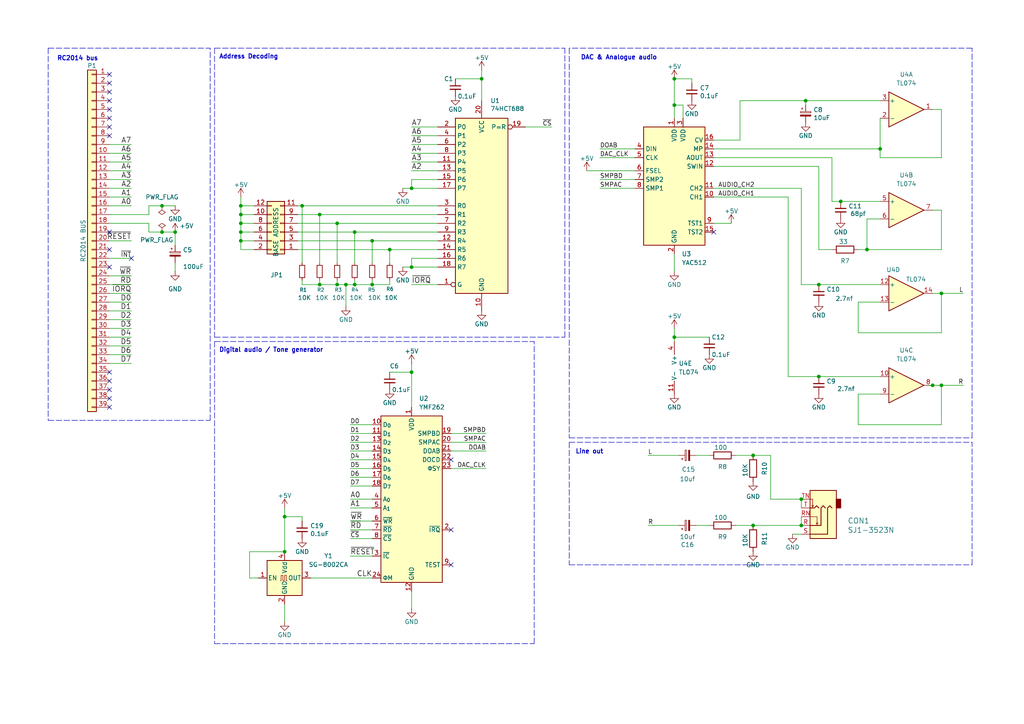
<source format=kicad_sch>
(kicad_sch (version 20250114) (generator "eeschema") (generator_version "9.0")
  (paper "A4")
  (title_block (title "RCBUS OPL3 sound card") (date "${DATE}") (rev "${VERSION}") (comment 1 "these are the things that dreams are made of") (comment 2 "${GIT_HASH}"))
  (lib_symbols
    (symbol "74xx:74HCT688"
      (property "Reference" "U" (at -7.62 26.67 0))
      (property "Value" "74HCT688" (at -7.62 -26.67 0))
      (symbol "74HCT688_1_0"
        (pin input line (at -12.7 22.86 0) (length 5.08) (name "P0") (number "2"))
        (pin input line (at -12.7 20.32 0) (length 5.08) (name "P1") (number "4"))
        (pin input line (at -12.7 17.78 0) (length 5.08) (name "P2") (number "6"))
        (pin input line (at -12.7 15.24 0) (length 5.08) (name "P3") (number "8"))
        (pin input line (at -12.7 12.7 0) (length 5.08) (name "P4") (number "11"))
        (pin input line (at -12.7 10.16 0) (length 5.08) (name "P5") (number "13"))
        (pin input line (at -12.7 7.62 0) (length 5.08) (name "P6") (number "15"))
        (pin input line (at -12.7 5.08 0) (length 5.08) (name "P7") (number "17"))
        (pin input line (at -12.7 0 0) (length 5.08) (name "R0") (number "3"))
        (pin input line (at -12.7 -2.54 0) (length 5.08) (name "R1") (number "5"))
        (pin input line (at -12.7 -5.08 0) (length 5.08) (name "R2") (number "7"))
        (pin input line (at -12.7 -7.62 0) (length 5.08) (name "R3") (number "9"))
        (pin input line (at -12.7 -10.16 0) (length 5.08) (name "R4") (number "12"))
        (pin input line (at -12.7 -12.7 0) (length 5.08) (name "R5") (number "14"))
        (pin input line (at -12.7 -15.24 0) (length 5.08) (name "R6") (number "16"))
        (pin input line (at -12.7 -17.78 0) (length 5.08) (name "R7") (number "18"))
        (pin input inverted (at -12.7 -22.86 0) (length 5.08) (name "G") (number "1"))
        (pin power_in line (at 0 30.48 270) (length 5.08) (name "VCC") (number "20"))
        (pin power_in line (at 0 -30.48 90) (length 5.08) (name "GND") (number "10"))
        (pin output inverted (at 12.7 22.86 180) (length 5.08) (name "P=R") (number "19"))
      )
    )
    (symbol "Amplifier_Operational:TL074" (pin_names (offset 0.127))
      (property "Reference" "U" (at 0 5.08 0))
      (property "Value" "TL074" (at 0 -5.08 0))
      (symbol "TL074_1_1"
        (pin input line (at -7.62 2.54 0) (length 2.54) (name "+") (number "3"))
        (pin input line (at -7.62 -2.54 0) (length 2.54) (name "-") (number "2"))
        (pin output line (at 7.62 0 180) (length 2.54) (name "~") (number "1"))
      )
      (symbol "TL074_2_1"
        (pin input line (at -7.62 2.54 0) (length 2.54) (name "+") (number "5"))
        (pin input line (at -7.62 -2.54 0) (length 2.54) (name "-") (number "6"))
        (pin output line (at 7.62 0 180) (length 2.54) (name "~") (number "7"))
      )
      (symbol "TL074_3_1"
        (pin input line (at -7.62 2.54 0) (length 2.54) (name "+") (number "10"))
        (pin input line (at -7.62 -2.54 0) (length 2.54) (name "-") (number "9"))
        (pin output line (at 7.62 0 180) (length 2.54) (name "~") (number "8"))
      )
      (symbol "TL074_4_1"
        (pin input line (at -7.62 2.54 0) (length 2.54) (name "+") (number "12"))
        (pin input line (at -7.62 -2.54 0) (length 2.54) (name "-") (number "13"))
        (pin output line (at 7.62 0 180) (length 2.54) (name "~") (number "14"))
      )
      (symbol "TL074_5_1"
        (pin power_in line (at -2.54 7.62 270) (length 3.81) (name "V+") (number "4"))
        (pin power_in line (at -2.54 -7.62 90) (length 3.81) (name "V-") (number "11"))
      )
    )
    (symbol "Connector_Audio:AudioJack3_SwitchTR"
      (property "Reference" "J" (at 0 8.89 0))
      (property "Value" "AudioJack3_SwitchTR" (at 0 6.35 0))
      (symbol "AudioJack3_SwitchTR_1_1"
        (pin passive line (at 5.08 2.54 180) (length 2.54) (name "~") (number "S"))
        (pin passive line (at 5.08 0 180) (length 2.54) (name "~") (number "R"))
        (pin passive line (at 5.08 -2.54 180) (length 2.54) (name "~") (number "RN"))
        (pin passive line (at 5.08 -5.08 180) (length 2.54) (name "~") (number "T"))
        (pin passive line (at 5.08 -7.62 180) (length 2.54) (name "~") (number "TN"))
      )
    )
    (symbol "Connector_Generic:Conn_01x39" (pin_names (offset 1.016) (hide yes))
      (property "Reference" "J" (at 0 50.8 0))
      (property "Value" "Conn_01x39" (at 0 -50.8 0))
      (symbol "Conn_01x39_1_1"
        (pin passive line (at -5.08 48.26 0) (length 3.81) (name "Pin_1") (number "1"))
        (pin passive line (at -5.08 45.72 0) (length 3.81) (name "Pin_2") (number "2"))
        (pin passive line (at -5.08 43.18 0) (length 3.81) (name "Pin_3") (number "3"))
        (pin passive line (at -5.08 40.64 0) (length 3.81) (name "Pin_4") (number "4"))
        (pin passive line (at -5.08 38.1 0) (length 3.81) (name "Pin_5") (number "5"))
        (pin passive line (at -5.08 35.56 0) (length 3.81) (name "Pin_6") (number "6"))
        (pin passive line (at -5.08 33.02 0) (length 3.81) (name "Pin_7") (number "7"))
        (pin passive line (at -5.08 30.48 0) (length 3.81) (name "Pin_8") (number "8"))
        (pin passive line (at -5.08 27.94 0) (length 3.81) (name "Pin_9") (number "9"))
        (pin passive line (at -5.08 25.4 0) (length 3.81) (name "Pin_10") (number "10"))
        (pin passive line (at -5.08 22.86 0) (length 3.81) (name "Pin_11") (number "11"))
        (pin passive line (at -5.08 20.32 0) (length 3.81) (name "Pin_12") (number "12"))
        (pin passive line (at -5.08 17.78 0) (length 3.81) (name "Pin_13") (number "13"))
        (pin passive line (at -5.08 15.24 0) (length 3.81) (name "Pin_14") (number "14"))
        (pin passive line (at -5.08 12.7 0) (length 3.81) (name "Pin_15") (number "15"))
        (pin passive line (at -5.08 10.16 0) (length 3.81) (name "Pin_16") (number "16"))
        (pin passive line (at -5.08 7.62 0) (length 3.81) (name "Pin_17") (number "17"))
        (pin passive line (at -5.08 5.08 0) (length 3.81) (name "Pin_18") (number "18"))
        (pin passive line (at -5.08 2.54 0) (length 3.81) (name "Pin_19") (number "19"))
        (pin passive line (at -5.08 0 0) (length 3.81) (name "Pin_20") (number "20"))
        (pin passive line (at -5.08 -2.54 0) (length 3.81) (name "Pin_21") (number "21"))
        (pin passive line (at -5.08 -5.08 0) (length 3.81) (name "Pin_22") (number "22"))
        (pin passive line (at -5.08 -7.62 0) (length 3.81) (name "Pin_23") (number "23"))
        (pin passive line (at -5.08 -10.16 0) (length 3.81) (name "Pin_24") (number "24"))
        (pin passive line (at -5.08 -12.7 0) (length 3.81) (name "Pin_25") (number "25"))
        (pin passive line (at -5.08 -15.24 0) (length 3.81) (name "Pin_26") (number "26"))
        (pin passive line (at -5.08 -17.78 0) (length 3.81) (name "Pin_27") (number "27"))
        (pin passive line (at -5.08 -20.32 0) (length 3.81) (name "Pin_28") (number "28"))
        (pin passive line (at -5.08 -22.86 0) (length 3.81) (name "Pin_29") (number "29"))
        (pin passive line (at -5.08 -25.4 0) (length 3.81) (name "Pin_30") (number "30"))
        (pin passive line (at -5.08 -27.94 0) (length 3.81) (name "Pin_31") (number "31"))
        (pin passive line (at -5.08 -30.48 0) (length 3.81) (name "Pin_32") (number "32"))
        (pin passive line (at -5.08 -33.02 0) (length 3.81) (name "Pin_33") (number "33"))
        (pin passive line (at -5.08 -35.56 0) (length 3.81) (name "Pin_34") (number "34"))
        (pin passive line (at -5.08 -38.1 0) (length 3.81) (name "Pin_35") (number "35"))
        (pin passive line (at -5.08 -40.64 0) (length 3.81) (name "Pin_36") (number "36"))
        (pin passive line (at -5.08 -43.18 0) (length 3.81) (name "Pin_37") (number "37"))
        (pin passive line (at -5.08 -45.72 0) (length 3.81) (name "Pin_38") (number "38"))
        (pin passive line (at -5.08 -48.26 0) (length 3.81) (name "Pin_39") (number "39"))
      )
    )
    (symbol "Connector_Generic:Conn_02x06_Odd_Even" (pin_names (offset 1.016) (hide yes))
      (property "Reference" "J" (at 1.27 7.62 0))
      (property "Value" "Conn_02x06_Odd_Even" (at 1.27 -10.16 0))
      (symbol "Conn_02x06_Odd_Even_1_1"
        (pin passive line (at -5.08 5.08 0) (length 3.81) (name "Pin_1") (number "1"))
        (pin passive line (at -5.08 2.54 0) (length 3.81) (name "Pin_3") (number "3"))
        (pin passive line (at -5.08 0 0) (length 3.81) (name "Pin_5") (number "5"))
        (pin passive line (at -5.08 -2.54 0) (length 3.81) (name "Pin_7") (number "7"))
        (pin passive line (at -5.08 -5.08 0) (length 3.81) (name "Pin_9") (number "9"))
        (pin passive line (at -5.08 -7.62 0) (length 3.81) (name "Pin_11") (number "11"))
        (pin passive line (at 7.62 5.08 180) (length 3.81) (name "Pin_2") (number "2"))
        (pin passive line (at 7.62 2.54 180) (length 3.81) (name "Pin_4") (number "4"))
        (pin passive line (at 7.62 0 180) (length 3.81) (name "Pin_6") (number "6"))
        (pin passive line (at 7.62 -2.54 180) (length 3.81) (name "Pin_8") (number "8"))
        (pin passive line (at 7.62 -5.08 180) (length 3.81) (name "Pin_10") (number "10"))
        (pin passive line (at 7.62 -7.62 180) (length 3.81) (name "Pin_12") (number "12"))
      )
    )
    (symbol "Device:C_Polarized_Small" (pin_numbers (hide yes)) (pin_names (offset 0.254) (hide yes))
      (property "Reference" "C" (at 0.254 1.778 0))
      (property "Value" "C_Polarized_Small" (at 0.254 -2.032 0))
      (symbol "C_Polarized_Small_1_1"
        (pin passive line (at 0 2.54 270) (length 1.8542) (name "~") (number "1"))
        (pin passive line (at 0 -2.54 90) (length 1.8542) (name "~") (number "2"))
      )
    )
    (symbol "Device:C_Small" (pin_numbers (hide yes)) (pin_names (offset 0.254) (hide yes))
      (property "Reference" "C" (at 0.254 1.778 0))
      (property "Value" "C_Small" (at 0.254 -2.032 0))
      (symbol "C_Small_1_1"
        (pin passive line (at 0 2.54 270) (length 2.032) (name "~") (number "1"))
        (pin passive line (at 0 -2.54 90) (length 2.032) (name "~") (number "2"))
      )
    )
    (symbol "Device:R" (pin_numbers (hide yes)) (pin_names (offset 0))
      (property "Reference" "R" (at 2.032 0 90))
      (property "Value" "R" (at 0 0 90))
      (symbol "R_1_1"
        (pin passive line (at 0 3.81 270) (length 1.27) (name "~") (number "1"))
        (pin passive line (at 0 -3.81 90) (length 1.27) (name "~") (number "2"))
      )
    )
    (symbol "Device:R_Small" (pin_numbers (hide yes)) (pin_names (offset 0.254) (hide yes))
      (property "Reference" "R" (at 0 0 90))
      (property "Value" "R_Small" (at 1.778 0 90))
      (symbol "R_Small_1_1"
        (pin passive line (at 0 2.54 270) (length 0.762) (name "~") (number "1"))
        (pin passive line (at 0 -2.54 90) (length 0.762) (name "~") (number "2"))
      )
    )
    (symbol "Mechanical:MountingHole" (pin_names (offset 1.016)) (in_bom no)
      (property "Reference" "H" (at 0 5.08 0))
      (property "Value" "MountingHole" (at 0 3.175 0))
    )
    (symbol "Oscillator:ASV-xxxMHz" (pin_names (offset 0.254))
      (property "Reference" "Y" (at -5.08 6.35 0))
      (property "Value" "ASV-xxxMHz" (at 1.27 -6.35 0))
      (symbol "ASV-xxxMHz_1_1"
        (pin input line (at -7.62 0 0) (length 2.54) (name "EN") (number "1"))
        (pin power_in line (at 0 7.62 270) (length 2.54) (name "Vdd") (number "4"))
        (pin power_in line (at 0 -7.62 90) (length 2.54) (name "GND") (number "2"))
        (pin output line (at 7.62 0 180) (length 2.54) (name "OUT") (number "3"))
      )
    )
    (symbol "electrified:YAC512"
      (property "Reference" "U" (at -7.874 19.304 0))
      (property "Value" "YAC512" (at 7.112 19.304 0))
      (symbol "YAC512_1_0"
        (pin input line (at -11.43 8.89 0) (length 2.54) (name "CLK") (number "5"))
        (pin power_in line (at 2.54 20.32 270) (length 2.54) (name "VDD") (number "3"))
        (pin input line (at 11.43 -10.16 180) (length 2.54) (name "TST1") (number "9"))
      )
      (symbol "YAC512_1_1"
        (pin input line (at -11.43 11.43 0) (length 2.54) (name "DIN") (number "4"))
        (pin input line (at -11.43 5.08 0) (length 2.54) (name "FSEL") (number "6"))
        (pin input line (at -11.43 2.54 0) (length 2.54) (name "SMP2") (number "7"))
        (pin input line (at -11.43 0 0) (length 2.54) (name "SMP1") (number "8"))
        (pin power_in line (at 0 20.32 270) (length 2.54) (name "VDD") (number "1"))
        (pin passive line (at 0 -19.05 90) (length 2.54) (name "GND") (number "2"))
        (pin bidirectional line (at 11.43 13.97 180) (length 2.54) (name "CV") (number "16"))
        (pin input line (at 11.43 11.43 180) (length 2.54) (name "MP") (number "14"))
        (pin output line (at 11.43 8.89 180) (length 2.54) (name "AOUT") (number "13"))
        (pin input line (at 11.43 6.35 180) (length 2.54) (name "SWIN") (number "12"))
        (pin output line (at 11.43 0 180) (length 2.54) (name "CH2") (number "11"))
        (pin output line (at 11.43 -2.54 180) (length 2.54) (name "CH1") (number "10"))
        (pin output line (at 11.43 -12.7 180) (length 2.54) (name "TST2") (number "15"))
      )
    )
    (symbol "electrified:YMF262"
      (property "Reference" "U" (at -7.874 19.304 0))
      (property "Value" "YMF262" (at 7.112 19.304 0))
      (symbol "YMF262_1_0"
        (pin input line (at -11.43 -8.89 0) (length 2.54) (name "A_{1}") (number "5"))
        (pin input line (at -11.43 -22.86 0) (length 2.54) (name "~{IC}") (number "3"))
        (pin output line (at 11.43 -25.4 180) (length 2.54) (name "TEST") (number "9"))
      )
      (symbol "YMF262_1_1"
        (pin bidirectional line (at -11.43 15.24 0) (length 2.54) (name "D_{0}") (number "10"))
        (pin bidirectional line (at -11.43 12.7 0) (length 2.54) (name "D_{1}") (number "11"))
        (pin bidirectional line (at -11.43 10.16 0) (length 2.54) (name "D_{2}") (number "13"))
        (pin bidirectional line (at -11.43 7.62 0) (length 2.54) (name "D_{3}") (number "14"))
        (pin bidirectional line (at -11.43 5.08 0) (length 2.54) (name "D_{4}") (number "15"))
        (pin bidirectional line (at -11.43 2.54 0) (length 2.54) (name "D_{5}") (number "16"))
        (pin bidirectional line (at -11.43 0 0) (length 2.54) (name "D_{6}") (number "17"))
        (pin bidirectional line (at -11.43 -2.54 0) (length 2.54) (name "D_{7}") (number "18"))
        (pin input line (at -11.43 -6.35 0) (length 2.54) (name "A_{0}") (number "4"))
        (pin input line (at -11.43 -12.7 0) (length 2.54) (name "~{WR}") (number "6"))
        (pin input line (at -11.43 -15.24 0) (length 2.54) (name "~{RD}") (number "7"))
        (pin input line (at -11.43 -17.78 0) (length 2.54) (name "~{CS}") (number "8"))
        (pin input line (at -11.43 -29.21 0) (length 2.54) (name "ΦM") (number "24"))
        (pin power_in line (at 0 20.32 270) (length 2.54) (name "VDD") (number "1"))
        (pin passive line (at 0 -33.02 90) (length 2.54) (name "GND") (number "12"))
        (pin output line (at 11.43 12.7 180) (length 2.54) (name "SMPBD") (number "19"))
        (pin output line (at 11.43 10.16 180) (length 2.54) (name "SMPAC") (number "20"))
        (pin output line (at 11.43 7.62 180) (length 2.54) (name "DOAB") (number "21"))
        (pin output line (at 11.43 5.08 180) (length 2.54) (name "DOCD") (number "22"))
        (pin output line (at 11.43 2.54 180) (length 2.54) (name "ΦSY") (number "23"))
        (pin open_collector line (at 11.43 -15.24 180) (length 2.54) (name "~{IRQ}") (number "2"))
      )
    )
    (symbol "power:+5V" (power) (pin_numbers (hide yes)) (pin_names (offset 0) (hide yes))
      (property "Value" "+5V" (at 0 3.556 0))
      (symbol "+5V_1_1"
        (pin power_in line (at 0 0 90) (length 0) (name "~") (number "1"))
      )
    )
    (symbol "power:GND" (power) (pin_numbers (hide yes)) (pin_names (offset 0) (hide yes))
      (property "Value" "GND" (at 0 -3.81 0))
      (symbol "GND_1_1"
        (pin power_in line (at 0 0 270) (length 0) (name "~") (number "1"))
      )
    )
    (symbol "power:PWR_FLAG" (power) (pin_numbers (hide yes)) (pin_names (offset 0) (hide yes))
      (property "Value" "PWR_FLAG" (at 0 3.81 0))
      (symbol "PWR_FLAG_0_0"
        (pin power_out line (at 0 0 90) (length 0) (name "~") (number "1"))
      )
    )
  )
  (text "Non-functional components" (at 256.54 262.89 0) (effects (font (size 1.27 1.27)) (justify left bottom)))
  (text "Line out\n" (at 166.878 131.826 0) (effects (font (size 1.27 1.27) (thickness 0.254) (bold yes)) (justify left bottom)))
  (text "Digital audio / Tone generator" (at 63.5 102.362 0) (effects (font (size 1.27 1.27) (thickness 0.254) (bold yes)) (justify left bottom)))
  (text "Address Decoding" (at 63.5 17.272 0) (effects (font (size 1.27 1.27) (thickness 0.254) (bold yes)) (justify left bottom)))
  (text "DAC & Analogue audio" (at 168.402 17.526 0) (effects (font (size 1.27 1.27) (thickness 0.254) (bold yes)) (justify left bottom)))
  (text "RC2014 bus" (at 16.51 17.78 0) (effects (font (size 1.27 1.27) (thickness 0.254) (bold yes)) (justify left bottom)))
  (junction (at 102.87 82.55))
  (junction (at 97.79 64.77))
  (junction (at 46.99 59.69))
  (junction (at 92.71 82.55))
  (junction (at 113.03 72.39))
  (junction (at 218.44 132.08))
  (junction (at 195.58 30.48))
  (junction (at 251.46 72.39))
  (junction (at 102.87 67.31))
  (junction (at 119.38 107.95))
  (junction (at 69.85 59.69))
  (junction (at 97.79 82.55))
  (junction (at 255.27 43.18))
  (junction (at 270.51 111.76))
  (junction (at 273.05 111.76))
  (junction (at 87.63 59.69))
  (junction (at 50.8 67.31))
  (junction (at 69.85 69.85))
  (junction (at 233.68 29.21))
  (junction (at 69.85 67.31))
  (junction (at 243.84 58.42))
  (junction (at 139.7 22.86))
  (junction (at 237.49 109.22))
  (junction (at 107.95 82.55))
  (junction (at 69.85 64.77))
  (junction (at 46.99 67.31))
  (junction (at 82.55 149.86))
  (junction (at 100.33 82.55))
  (junction (at 232.41 144.78))
  (junction (at 195.58 97.79))
  (junction (at 82.55 160.02))
  (junction (at 237.49 82.55))
  (junction (at 273.05 85.09))
  (junction (at 195.58 22.86))
  (junction (at 119.38 54.61))
  (junction (at 69.85 62.23))
  (junction (at 92.71 62.23))
  (junction (at 218.44 152.4))
  (junction (at 232.41 152.4))
  (junction (at 119.38 77.47))
  (junction (at 107.95 69.85))
  (no_connect (at 130.81 153.67))
  (no_connect (at 130.81 163.83))
  (no_connect (at 31.75 67.31))
  (no_connect (at 31.75 118.11))
  (no_connect (at 31.75 113.03))
  (no_connect (at 31.75 26.67))
  (no_connect (at 207.01 67.31))
  (no_connect (at 130.81 133.35))
  (no_connect (at 31.75 24.13))
  (no_connect (at 31.75 77.47))
  (no_connect (at 31.75 110.49))
  (no_connect (at 31.75 21.59))
  (no_connect (at 31.75 36.83))
  (no_connect (at 31.75 107.95))
  (no_connect (at 31.75 39.37))
  (no_connect (at 31.75 34.29))
  (no_connect (at 31.75 115.57))
  (no_connect (at 31.75 29.21))
  (no_connect (at 31.75 31.75))
  (no_connect (at 31.75 72.39))
  (no_connect (at 38.1 74.93))
  (polyline (pts (xy 281.94 127) (xy 281.94 13.97)) (stroke (width 0) (type dash)))
  (wire (pts (xy 116.84 77.47) (xy 119.38 77.47)))
  (wire (pts (xy 43.18 59.69) (xy 46.99 59.69)))
  (wire (pts (xy 50.8 71.12) (xy 50.8 67.31)))
  (wire (pts (xy 273.05 111.76) (xy 279.4 111.76)))
  (wire (pts (xy 214.63 29.21) (xy 233.68 29.21)))
  (wire (pts (xy 72.39 160.02) (xy 72.39 167.64)))
  (wire (pts (xy 43.18 67.31) (xy 46.99 67.31)))
  (wire (pts (xy 101.6 123.19) (xy 107.95 123.19)))
  (wire (pts (xy 255.27 43.18) (xy 255.27 45.72)))
  (polyline (pts (xy 62.23 99.06) (xy 62.23 186.69)) (stroke (width 0) (type dash)))
  (wire (pts (xy 101.6 161.29) (xy 107.95 161.29)))
  (wire (pts (xy 119.38 52.07) (xy 127 52.07)))
  (polyline (pts (xy 165.1 128.27) (xy 165.1 163.83)) (stroke (width 0) (type dash)))
  (wire (pts (xy 119.38 46.99) (xy 127 46.99)))
  (wire (pts (xy 69.85 69.85) (xy 69.85 72.39)))
  (polyline (pts (xy 288.29 279.4) (xy 288.29 256.54)) (stroke (width 0) (type dash)))
  (wire (pts (xy 207.01 54.61) (xy 232.41 54.61)))
  (wire (pts (xy 101.6 135.89) (xy 107.95 135.89)))
  (wire (pts (xy 119.38 41.91) (xy 127 41.91)))
  (wire (pts (xy 86.36 62.23) (xy 92.71 62.23)))
  (wire (pts (xy 232.41 147.32) (xy 232.41 144.78)))
  (wire (pts (xy 207.01 48.26) (xy 237.49 48.26)))
  (wire (pts (xy 201.93 132.08) (xy 205.74 132.08)))
  (wire (pts (xy 119.38 107.95) (xy 119.38 118.11)))
  (wire (pts (xy 130.81 128.27) (xy 140.97 128.27)))
  (wire (pts (xy 38.1 95.25) (xy 31.75 95.25)))
  (wire (pts (xy 119.38 82.55) (xy 127 82.55)))
  (wire (pts (xy 119.38 49.53) (xy 127 49.53)))
  (polyline (pts (xy 252.73 256.54) (xy 288.29 256.54)) (stroke (width 0) (type dash)))
  (wire (pts (xy 228.6 57.15) (xy 228.6 109.22)))
  (polyline (pts (xy 62.23 186.69) (xy 154.94 186.69)) (stroke (width 0) (type dash)))
  (wire (pts (xy 38.1 90.17) (xy 31.75 90.17)))
  (wire (pts (xy 207.01 45.72) (xy 241.3 45.72)))
  (wire (pts (xy 119.38 54.61) (xy 127 54.61)))
  (polyline (pts (xy 165.1 128.27) (xy 281.94 128.27)) (stroke (width 0) (type dash)))
  (wire (pts (xy 107.95 69.85) (xy 107.95 76.2)))
  (wire (pts (xy 273.05 111.76) (xy 273.05 123.19)))
  (wire (pts (xy 43.18 64.77) (xy 43.18 67.31)))
  (wire (pts (xy 92.71 62.23) (xy 92.71 76.2)))
  (wire (pts (xy 195.58 22.86) (xy 200.66 22.86)))
  (wire (pts (xy 195.58 97.79) (xy 195.58 95.25)))
  (wire (pts (xy 248.92 123.19) (xy 248.92 114.3)))
  (wire (pts (xy 101.6 128.27) (xy 107.95 128.27)))
  (wire (pts (xy 207.01 40.64) (xy 214.63 40.64)))
  (wire (pts (xy 101.6 151.13) (xy 107.95 151.13)))
  (wire (pts (xy 223.52 144.78) (xy 232.41 144.78)))
  (wire (pts (xy 195.58 97.79) (xy 205.74 97.79)))
  (wire (pts (xy 38.1 74.93) (xy 31.75 74.93)))
  (wire (pts (xy 269.24 111.76) (xy 270.51 111.76)))
  (wire (pts (xy 87.63 82.55) (xy 92.71 82.55)))
  (wire (pts (xy 82.55 175.26) (xy 82.55 180.34)))
  (wire (pts (xy 43.18 62.23) (xy 43.18 59.69)))
  (wire (pts (xy 38.1 59.69) (xy 31.75 59.69)))
  (wire (pts (xy 38.1 82.55) (xy 31.75 82.55)))
  (wire (pts (xy 38.1 105.41) (xy 31.75 105.41)))
  (wire (pts (xy 248.92 96.52) (xy 273.05 96.52)))
  (wire (pts (xy 97.79 82.55) (xy 97.79 81.28)))
  (wire (pts (xy 195.58 99.06) (xy 195.58 97.79)))
  (wire (pts (xy 82.55 149.86) (xy 82.55 160.02)))
  (wire (pts (xy 119.38 171.45) (xy 119.38 176.53)))
  (wire (pts (xy 69.85 72.39) (xy 73.66 72.39)))
  (polyline (pts (xy 252.73 279.4) (xy 288.29 279.4)) (stroke (width 0) (type dash)))
  (wire (pts (xy 113.03 107.95) (xy 119.38 107.95)))
  (wire (pts (xy 207.01 64.77) (xy 212.09 64.77)))
  (wire (pts (xy 86.36 64.77) (xy 97.79 64.77)))
  (wire (pts (xy 207.01 43.18) (xy 255.27 43.18)))
  (wire (pts (xy 130.81 125.73) (xy 140.97 125.73)))
  (wire (pts (xy 170.18 49.53) (xy 184.15 49.53)))
  (wire (pts (xy 119.38 74.93) (xy 119.38 77.47)))
  (wire (pts (xy 130.81 130.81) (xy 140.97 130.81)))
  (wire (pts (xy 38.1 85.09) (xy 31.75 85.09)))
  (wire (pts (xy 152.4 36.83) (xy 160.02 36.83)))
  (wire (pts (xy 69.85 62.23) (xy 73.66 62.23)))
  (wire (pts (xy 218.44 132.08) (xy 223.52 132.08)))
  (wire (pts (xy 38.1 69.85) (xy 31.75 69.85)))
  (wire (pts (xy 46.99 59.69) (xy 50.8 59.69)))
  (wire (pts (xy 213.36 152.4) (xy 218.44 152.4)))
  (wire (pts (xy 173.99 54.61) (xy 184.15 54.61)))
  (wire (pts (xy 255.27 63.5) (xy 251.46 63.5)))
  (wire (pts (xy 107.95 82.55) (xy 113.03 82.55)))
  (wire (pts (xy 101.6 138.43) (xy 107.95 138.43)))
  (wire (pts (xy 132.08 22.86) (xy 139.7 22.86)))
  (wire (pts (xy 82.55 147.32) (xy 82.55 149.86)))
  (wire (pts (xy 119.38 39.37) (xy 127 39.37)))
  (wire (pts (xy 69.85 64.77) (xy 73.66 64.77)))
  (wire (pts (xy 228.6 109.22) (xy 237.49 109.22)))
  (polyline (pts (xy 281.94 163.83) (xy 281.94 128.27)) (stroke (width 0) (type dash)))
  (wire (pts (xy 69.85 59.69) (xy 69.85 62.23)))
  (wire (pts (xy 86.36 59.69) (xy 87.63 59.69)))
  (wire (pts (xy 116.84 54.61) (xy 119.38 54.61)))
  (wire (pts (xy 195.58 22.86) (xy 195.58 30.48)))
  (wire (pts (xy 87.63 149.86) (xy 87.63 151.13)))
  (wire (pts (xy 46.99 67.31) (xy 50.8 67.31)))
  (wire (pts (xy 233.68 30.48) (xy 233.68 29.21)))
  (wire (pts (xy 139.7 20.32) (xy 139.7 22.86)))
  (wire (pts (xy 69.85 57.15) (xy 69.85 59.69)))
  (wire (pts (xy 101.6 140.97) (xy 107.95 140.97)))
  (wire (pts (xy 86.36 69.85) (xy 107.95 69.85)))
  (polyline (pts (xy 281.94 13.97) (xy 165.1 13.97)) (stroke (width 0) (type dash)))
  (wire (pts (xy 139.7 22.86) (xy 139.7 29.21)))
  (wire (pts (xy 86.36 72.39) (xy 113.03 72.39)))
  (wire (pts (xy 107.95 69.85) (xy 127 69.85)))
  (wire (pts (xy 241.3 45.72) (xy 241.3 58.42)))
  (wire (pts (xy 87.63 82.55) (xy 87.63 81.28)))
  (wire (pts (xy 38.1 57.15) (xy 31.75 57.15)))
  (wire (pts (xy 223.52 132.08) (xy 223.52 144.78)))
  (wire (pts (xy 113.03 72.39) (xy 113.03 76.2)))
  (wire (pts (xy 86.36 67.31) (xy 102.87 67.31)))
  (wire (pts (xy 101.6 133.35) (xy 107.95 133.35)))
  (wire (pts (xy 248.92 123.19) (xy 273.05 123.19)))
  (wire (pts (xy 201.93 152.4) (xy 205.74 152.4)))
  (wire (pts (xy 237.49 109.22) (xy 255.27 109.22)))
  (wire (pts (xy 241.3 58.42) (xy 243.84 58.42)))
  (wire (pts (xy 43.18 64.77) (xy 31.75 64.77)))
  (wire (pts (xy 38.1 54.61) (xy 31.75 54.61)))
  (wire (pts (xy 38.1 46.99) (xy 31.75 46.99)))
  (wire (pts (xy 213.36 132.08) (xy 218.44 132.08)))
  (wire (pts (xy 38.1 49.53) (xy 31.75 49.53)))
  (wire (pts (xy 232.41 82.55) (xy 237.49 82.55)))
  (wire (pts (xy 69.85 67.31) (xy 69.85 69.85)))
  (wire (pts (xy 273.05 31.75) (xy 273.05 45.72)))
  (wire (pts (xy 69.85 69.85) (xy 73.66 69.85)))
  (wire (pts (xy 198.12 34.29) (xy 198.12 30.48)))
  (wire (pts (xy 273.05 85.09) (xy 279.4 85.09)))
  (polyline (pts (xy 165.1 13.97) (xy 165.1 127)) (stroke (width 0) (type dash)))
  (wire (pts (xy 50.8 76.2) (xy 50.8 78.74)))
  (wire (pts (xy 38.1 41.91) (xy 31.75 41.91)))
  (wire (pts (xy 87.63 59.69) (xy 127 59.69)))
  (wire (pts (xy 248.92 87.63) (xy 255.27 87.63)))
  (wire (pts (xy 38.1 87.63) (xy 31.75 87.63)))
  (wire (pts (xy 119.38 44.45) (xy 127 44.45)))
  (wire (pts (xy 87.63 59.69) (xy 87.63 76.2)))
  (polyline (pts (xy 13.97 13.97) (xy 60.96 13.97)) (stroke (width 0) (type dash)))
  (wire (pts (xy 173.99 52.07) (xy 184.15 52.07)))
  (wire (pts (xy 38.1 102.87) (xy 31.75 102.87)))
  (wire (pts (xy 255.27 34.29) (xy 255.27 43.18)))
  (wire (pts (xy 270.51 85.09) (xy 273.05 85.09)))
  (wire (pts (xy 102.87 82.55) (xy 107.95 82.55)))
  (wire (pts (xy 248.92 72.39) (xy 251.46 72.39)))
  (polyline (pts (xy 163.83 97.79) (xy 163.83 13.97)) (stroke (width 0) (type dash)))
  (wire (pts (xy 97.79 64.77) (xy 97.79 76.2)))
  (wire (pts (xy 102.87 82.55) (xy 102.87 81.28)))
  (polyline (pts (xy 62.23 99.06) (xy 154.94 99.06)) (stroke (width 0) (type dash)))
  (polyline (pts (xy 154.94 186.69) (xy 154.94 99.06)) (stroke (width 0) (type dash)))
  (wire (pts (xy 243.84 58.42) (xy 255.27 58.42)))
  (wire (pts (xy 214.63 29.21) (xy 214.63 40.64)))
  (wire (pts (xy 38.1 44.45) (xy 31.75 44.45)))
  (wire (pts (xy 107.95 82.55) (xy 107.95 81.28)))
  (wire (pts (xy 43.18 62.23) (xy 31.75 62.23)))
  (wire (pts (xy 233.68 29.21) (xy 255.27 29.21)))
  (wire (pts (xy 82.55 160.02) (xy 72.39 160.02)))
  (wire (pts (xy 38.1 100.33) (xy 31.75 100.33)))
  (wire (pts (xy 232.41 152.4) (xy 232.41 149.86)))
  (polyline (pts (xy 13.97 121.92) (xy 60.96 121.92)) (stroke (width 0) (type dash)))
  (wire (pts (xy 195.58 30.48) (xy 195.58 34.29)))
  (wire (pts (xy 207.01 57.15) (xy 228.6 57.15)))
  (wire (pts (xy 119.38 52.07) (xy 119.38 54.61)))
  (wire (pts (xy 102.87 67.31) (xy 102.87 76.2)))
  (wire (pts (xy 113.03 81.28) (xy 113.03 82.55)))
  (wire (pts (xy 218.44 152.4) (xy 232.41 152.4)))
  (polyline (pts (xy 62.23 13.97) (xy 62.23 97.79)) (stroke (width 0) (type dash)))
  (polyline (pts (xy 165.1 163.83) (xy 281.94 163.83)) (stroke (width 0) (type dash)))
  (wire (pts (xy 101.6 156.21) (xy 107.95 156.21)))
  (wire (pts (xy 101.6 153.67) (xy 107.95 153.67)))
  (wire (pts (xy 72.39 167.64) (xy 74.93 167.64)))
  (wire (pts (xy 69.85 67.31) (xy 73.66 67.31)))
  (wire (pts (xy 200.66 22.86) (xy 200.66 24.13)))
  (polyline (pts (xy 252.73 256.54) (xy 252.73 279.4)) (stroke (width 0) (type dash)))
  (wire (pts (xy 113.03 72.39) (xy 127 72.39)))
  (wire (pts (xy 102.87 67.31) (xy 127 67.31)))
  (wire (pts (xy 92.71 62.23) (xy 127 62.23)))
  (polyline (pts (xy 60.96 121.92) (xy 60.96 13.97)) (stroke (width 0) (type dash)))
  (wire (pts (xy 127 74.93) (xy 119.38 74.93)))
  (wire (pts (xy 101.6 147.32) (xy 107.95 147.32)))
  (wire (pts (xy 251.46 63.5) (xy 251.46 72.39)))
  (wire (pts (xy 232.41 54.61) (xy 232.41 82.55)))
  (wire (pts (xy 237.49 72.39) (xy 241.3 72.39)))
  (wire (pts (xy 195.58 73.66) (xy 195.58 78.74)))
  (wire (pts (xy 237.49 48.26) (xy 237.49 72.39)))
  (wire (pts (xy 119.38 105.41) (xy 119.38 107.95)))
  (wire (pts (xy 69.85 62.23) (xy 69.85 64.77)))
  (polyline (pts (xy 13.97 13.97) (xy 13.97 121.92)) (stroke (width 0) (type dash)))
  (wire (pts (xy 237.49 82.55) (xy 255.27 82.55)))
  (wire (pts (xy 187.96 152.4) (xy 196.85 152.4)))
  (wire (pts (xy 130.81 135.89) (xy 140.97 135.89)))
  (wire (pts (xy 273.05 45.72) (xy 255.27 45.72)))
  (wire (pts (xy 92.71 82.55) (xy 97.79 82.55)))
  (polyline (pts (xy 62.23 13.97) (xy 163.83 13.97)) (stroke (width 0) (type dash)))
  (wire (pts (xy 90.17 167.64) (xy 107.95 167.64)))
  (polyline (pts (xy 165.1 127) (xy 281.94 127)) (stroke (width 0) (type dash)))
  (wire (pts (xy 187.96 132.08) (xy 196.85 132.08)))
  (wire (pts (xy 38.1 97.79) (xy 31.75 97.79)))
  (wire (pts (xy 38.1 92.71) (xy 31.75 92.71)))
  (wire (pts (xy 248.92 96.52) (xy 248.92 87.63)))
  (wire (pts (xy 101.6 130.81) (xy 107.95 130.81)))
  (wire (pts (xy 198.12 30.48) (xy 195.58 30.48)))
  (wire (pts (xy 100.33 88.9) (xy 100.33 82.55)))
  (polyline (pts (xy 62.23 97.79) (xy 163.83 97.79)) (stroke (width 0) (type dash)))
  (wire (pts (xy 92.71 82.55) (xy 92.71 81.28)))
  (wire (pts (xy 173.99 43.18) (xy 184.15 43.18)))
  (wire (pts (xy 38.1 80.01) (xy 31.75 80.01)))
  (wire (pts (xy 270.51 31.75) (xy 273.05 31.75)))
  (wire (pts (xy 251.46 72.39) (xy 273.05 72.39)))
  (wire (pts (xy 69.85 59.69) (xy 73.66 59.69)))
  (wire (pts (xy 273.05 85.09) (xy 273.05 96.52)))
  (wire (pts (xy 173.99 45.72) (xy 184.15 45.72)))
  (wire (pts (xy 119.38 77.47) (xy 127 77.47)))
  (wire (pts (xy 119.38 36.83) (xy 127 36.83)))
  (wire (pts (xy 82.55 149.86) (xy 87.63 149.86)))
  (wire (pts (xy 101.6 125.73) (xy 107.95 125.73)))
  (wire (pts (xy 38.1 52.07) (xy 31.75 52.07)))
  (wire (pts (xy 69.85 64.77) (xy 69.85 67.31)))
  (wire (pts (xy 248.92 114.3) (xy 255.27 114.3)))
  (wire (pts (xy 101.6 144.78) (xy 107.95 144.78)))
  (wire (pts (xy 273.05 60.96) (xy 270.51 60.96)))
  (wire (pts (xy 97.79 64.77) (xy 127 64.77)))
  (wire (pts (xy 100.33 82.55) (xy 102.87 82.55)))
  (wire (pts (xy 270.51 111.76) (xy 273.05 111.76)))
  (wire (pts (xy 273.05 72.39) (xy 273.05 60.96)))
  (wire (pts (xy 97.79 82.55) (xy 100.33 82.55)))
  (wire (pts (xy 229.87 154.94) (xy 232.41 154.94)))
  (label "SMPAC" (at 140.97 128.27 180))
  (label "SMPBD" (at 173.99 52.07 0))
  (label "~{WR}" (at 38.1 80.01 180) (effects (font (size 1.524 1.524))))
  (label "A2" (at 38.1 54.61 180) (effects (font (size 1.524 1.524))))
  (label "~{CS}" (at 160.02 36.83 180))
  (label "D6" (at 101.6 138.43 0))
  (label "D2" (at 38.1 92.71 180) (effects (font (size 1.524 1.524))))
  (label "AUDIO_CH2" (at 208.28 54.61 0))
  (label "DAC_CLK" (at 173.99 45.72 0))
  (label "D4" (at 101.6 133.35 0))
  (label "D1" (at 101.6 125.73 0))
  (label "DAC_CLK" (at 140.97 135.89 180))
  (label "R" (at 279.4 111.76 180))
  (label "A7" (at 119.38 36.83 0) (effects (font (size 1.524 1.524))))
  (label "D2" (at 101.6 128.27 0))
  (label "D1" (at 38.1 90.17 180) (effects (font (size 1.524 1.524))))
  (label "SMPAC" (at 173.99 54.61 0))
  (label "D7" (at 101.6 140.97 0))
  (label "R" (at 187.96 152.4 0))
  (label "~{RD}" (at 101.6 153.67 0) (effects (font (size 1.524 1.524))))
  (label "~{RESET}" (at 101.6 161.29 0) (effects (font (size 1.524 1.524))))
  (label "A3" (at 119.38 46.99 0) (effects (font (size 1.524 1.524))))
  (label "A4" (at 119.38 44.45 0) (effects (font (size 1.524 1.524))))
  (label "A6" (at 38.1 44.45 180) (effects (font (size 1.524 1.524))))
  (label "D5" (at 38.1 100.33 180) (effects (font (size 1.524 1.524))))
  (label "D7" (at 38.1 105.41 180) (effects (font (size 1.524 1.524))))
  (label "~{WR}" (at 101.6 151.13 0) (effects (font (size 1.524 1.524))))
  (label "~{INT}" (at 38.1 74.93 180))
  (label "A1" (at 101.6 147.32 0) (effects (font (size 1.524 1.524))))
  (label "CLK" (at 107.95 167.64 180) (effects (font (size 1.524 1.524))))
  (label "~{RESET}" (at 38.1 69.85 180) (effects (font (size 1.524 1.524))))
  (label "A1" (at 38.1 57.15 180) (effects (font (size 1.524 1.524))))
  (label "~{IORQ}" (at 119.38 82.55 0) (effects (font (size 1.524 1.524))))
  (label "~{RD}" (at 38.1 82.55 180) (effects (font (size 1.524 1.524))))
  (label "A4" (at 38.1 49.53 180) (effects (font (size 1.524 1.524))))
  (label "A2" (at 119.38 49.53 0) (effects (font (size 1.524 1.524))))
  (label "DOAB" (at 173.99 43.18 0))
  (label "SMPBD" (at 140.97 125.73 180))
  (label "A3" (at 38.1 52.07 180) (effects (font (size 1.524 1.524))))
  (label "D5" (at 101.6 135.89 0))
  (label "D0" (at 101.6 123.19 0))
  (label "L" (at 187.96 132.08 0))
  (label "A0" (at 101.6 144.78 0) (effects (font (size 1.524 1.524))))
  (label "~{CS}" (at 101.6 156.21 0))
  (label "D4" (at 38.1 97.79 180) (effects (font (size 1.524 1.524))))
  (label "A6" (at 119.38 39.37 0) (effects (font (size 1.524 1.524))))
  (label "D3" (at 38.1 95.25 180) (effects (font (size 1.524 1.524))))
  (label "D0" (at 38.1 87.63 180) (effects (font (size 1.524 1.524))))
  (label "A5" (at 38.1 46.99 180) (effects (font (size 1.524 1.524))))
  (label "D3" (at 101.6 130.81 0))
  (label "AUDIO_CH1" (at 208.28 57.15 0))
  (label "D6" (at 38.1 102.87 180) (effects (font (size 1.524 1.524))))
  (label "L" (at 279.4 85.09 180))
  (label "A7" (at 38.1 41.91 180) (effects (font (size 1.524 1.524))))
  (label "DOAB" (at 140.97 130.81 180))
  (label "~{IORQ}" (at 38.1 85.09 180) (effects (font (size 1.524 1.524))))
  (label "A5" (at 119.38 41.91 0) (effects (font (size 1.524 1.524))))
  (label "A0" (at 38.1 59.69 180) (effects (font (size 1.524 1.524))))
  (symbol (lib_id "Connector_Generic:Conn_01x39") (at 26.67 69.85 0) (mirror y) (unit 1)
    (property "Reference" "P1" (at 26.67 19.05 0))
    (property "Value" "RC2014 BUS" (at 24.13 69.85 90))
    (property "Footprint" "electrified:PinHeader_1x39_P2.54mm_Vertical" (effects (hide yes)))
    (property "Description" "Generic connector, single row, 01x39, script generated (kicad-library-utils/schlib/autogen/connector/)" (effects (hide yes)))
  )
  (symbol (lib_id "power:GND") (at 50.8 59.69 0) (unit 1)
    (property "Reference" "#PWR02" (effects (hide yes)))
    (property "Value" "GND" (at 50.8 63.5 0))
    (property "Description" "Power symbol creates a global label with name \"GND\" , ground" (effects (hide yes)))
  )
  (symbol (lib_id "power:+5V") (at 50.8 67.31 0) (unit 1)
    (property "Reference" "#PWR3" (effects (hide yes)))
    (property "Value" "+5V" (at 54.102 65.532 0))
    (property "Description" "Power symbol creates a global label with name \"+5V\"" (effects (hide yes)))
  )
  (symbol (lib_id "power:GND") (at 119.38 176.53 0) (unit 1)
    (property "Reference" "#PWR016" (effects (hide yes)))
    (property "Value" "GND" (at 119.38 180.34 0))
    (property "Description" "Power symbol creates a global label with name \"GND\" , ground" (effects (hide yes)))
  )
  (symbol (lib_id "Device:C_Small") (at 132.08 25.4 0) (unit 1)
    (property "Reference" "C1" (at 128.778 22.86 0) (effects (justify left)))
    (property "Value" "0.1uF" (at 132.715 27.94 0) (effects (justify left)))
    (property "Footprint" "Capacitor_SMD:C_0603_1608Metric" (effects (hide yes)))
    (property "Description" "Unpolarized capacitor, small symbol" (effects (hide yes)))
  )
  (symbol (lib_id "Device:C_Small") (at 113.03 110.49 0) (unit 1)
    (property "Reference" "C6" (at 113.03 106.172 0) (effects (justify left)))
    (property "Value" "0.1uF" (at 113.665 113.03 0) (effects (justify left)))
    (property "Footprint" "Capacitor_SMD:C_0603_1608Metric" (effects (hide yes)))
    (property "Description" "Unpolarized capacitor, small symbol" (effects (hide yes)))
  )
  (symbol (lib_id "power:GND") (at 132.08 27.94 0) (unit 1)
    (property "Reference" "#PWR013" (effects (hide yes)))
    (property "Value" "GND" (at 132.08 31.75 0))
    (property "Description" "Power symbol creates a global label with name \"GND\" , ground" (effects (hide yes)))
  )
  (symbol (lib_id "power:GND") (at 113.03 113.03 0) (unit 1)
    (property "Reference" "#PWR021" (effects (hide yes)))
    (property "Value" "GND" (at 113.03 116.84 0))
    (property "Description" "Power symbol creates a global label with name \"GND\" , ground" (effects (hide yes)))
  )
  (symbol (lib_id "Connector_Generic:Conn_02x06_Odd_Even") (at 81.28 67.31 180) (unit 1)
    (property "Reference" "JP1" (at 80.264 79.756 0))
    (property "Value" "BASE ADDRESS" (at 80.01 67.31 90))
    (property "Footprint" "Connector_PinHeader_2.54mm:PinHeader_2x06_P2.54mm_Vertical" (effects (hide yes)))
    (property "Description" "Generic connector, double row, 02x06, odd/even pin numbering scheme (row 1 odd numbers, row 2 even numbers), script generated (kicad-library-utils/schlib/autogen/connector/)" (effects (hide yes)))
  )
  (symbol (lib_id "Device:C_Small") (at 205.74 100.33 0) (unit 1)
    (property "Reference" "C12" (at 206.375 97.79 0) (effects (justify left)))
    (property "Value" "0.1uF" (at 206.375 102.87 0) (effects (justify left)))
    (property "Footprint" "Capacitor_SMD:C_0603_1608Metric" (effects (hide yes)))
    (property "Description" "Unpolarized capacitor, small symbol" (effects (hide yes)))
  )
  (symbol (lib_id "power:PWR_FLAG") (at 46.99 59.69 180) (unit 1)
    (property "Reference" "#FLG01" (effects (hide yes)))
    (property "Value" "PWR_FLAG" (at 46.99 57.15 0))
    (property "Description" "Special symbol for telling ERC where power comes from" (effects (hide yes)))
  )
  (symbol (lib_id "power:PWR_FLAG") (at 46.99 67.31 0) (unit 1)
    (property "Reference" "#FLG02" (effects (hide yes)))
    (property "Value" "PWR_FLAG" (at 45.466 69.596 0))
    (property "Description" "Special symbol for telling ERC where power comes from" (effects (hide yes)))
  )
  (symbol (lib_id "Device:C_Polarized_Small") (at 50.8 73.66 0) (unit 1)
    (property "Reference" "C5" (at 53.0352 72.4916 0) (effects (justify left)))
    (property "Value" "100uF" (at 53.0352 77.343 0) (effects (justify left)))
    (property "Footprint" "Capacitor_SMD:CP_Elec_6.3x7.7" (effects (hide yes)))
    (property "Description" "Polarized capacitor, small symbol" (effects (hide yes)))
  )
  (symbol (lib_id "power:GND") (at 82.55 180.34 0) (unit 1)
    (property "Reference" "#PWR010" (effects (hide yes)))
    (property "Value" "GND" (at 82.55 184.15 0))
    (property "Description" "Power symbol creates a global label with name \"GND\" , ground" (effects (hide yes)))
  )
  (symbol (lib_id "power:+5V") (at 82.55 147.32 0) (unit 1)
    (property "Reference" "#PWR9" (effects (hide yes)))
    (property "Value" "+5V" (at 82.55 143.764 0))
    (property "Description" "Power symbol creates a global label with name \"+5V\"" (effects (hide yes)))
  )
  (symbol (lib_id "Mechanical:MountingHole") (at 259.08 273.05 0) (unit 1) (in_bom no)
    (property "Reference" "H1" (at 261.62 271.8816 0) (effects (justify left)))
    (property "Value" "MountingHole" (at 261.62 274.193 0) (effects (justify left)))
    (property "Footprint" "MountingHole:MountingHole_3.2mm_M3" (effects (hide yes)))
    (property "Description" "Mounting Hole without connection" (effects (hide yes)))
  )
  (symbol (lib_id "Connector_Audio:AudioJack3_SwitchTR") (at 237.49 152.4 180) (unit 1)
    (property "Reference" "CON1" (at 245.8212 151.0538 0) (effects (font (size 1.524 1.524)) (justify right)))
    (property "Value" "SJ1-3523N" (at 245.8212 153.7462 0) (effects (font (size 1.524 1.524)) (justify right)))
    (property "Footprint" "electrified:Headphone_Jack_3.5mm_5_pin" (effects (hide yes)))
    (property "Description" "Audio Jack, 3 Poles (Stereo / TRS), Switched TR Poles (Normalling)" (effects (hide yes)))
    (property "Digi-Key_PN" "CP1-3523N-ND" (effects (hide yes)))
    (property "MPN" "SJ1-3523N" (effects (hide yes)))
    (property "Category" "Connectors, Interconnects" (effects (hide yes)))
    (property "Family" "Barrel - Audio Connectors" (effects (hide yes)))
    (property "DK_Datasheet_Link" "https://www.cui.com/product/resource/digikeypdf/sj1-352xn_series.pdf" (effects (hide yes)))
    (property "DK_Detail_Page" "/product-detail/en/cui-inc/SJ1-3523N/CP1-3523N-ND/738689" (effects (hide yes)))
    (property "Manufacturer" "CUI Inc." (effects (hide yes)))
    (property "Status" "Active" (effects (hide yes)))
  )
  (symbol (lib_id "74xx:74HCT688") (at 139.7 59.69 0) (unit 1)
    (property "Reference" "U1" (at 142.24 29.21 0) (effects (justify left)))
    (property "Value" "74HCT688" (at 142.24 31.5214 0) (effects (justify left)))
    (property "Footprint" "Package_SO:SOIC-20W_7.5x12.8mm_P1.27mm" (effects (hide yes)))
    (property "Datasheet" "https://www.ti.com/lit/ds/symlink/cd54hc688.pdf" (effects (hide yes)))
    (property "Description" "8-bit magnitude comparator" (effects (hide yes)))
  )
  (symbol (lib_id "power:+5V") (at 119.38 105.41 0) (unit 1)
    (property "Reference" "#PWR15" (effects (hide yes)))
    (property "Value" "+5V" (at 119.38 101.854 0))
    (property "Description" "Power symbol creates a global label with name \"+5V\"" (effects (hide yes)))
  )
  (symbol (lib_id "power:+5V") (at 195.58 22.86 0) (unit 1)
    (property "Reference" "#PWR23" (effects (hide yes)))
    (property "Value" "+5V" (at 195.58 19.304 0))
    (property "Description" "Power symbol creates a global label with name \"+5V\"" (effects (hide yes)))
  )
  (symbol (lib_id "power:GND") (at 139.7 90.17 0) (unit 1)
    (property "Reference" "#PWR08" (effects (hide yes)))
    (property "Value" "GND" (at 139.7 93.98 0))
    (property "Description" "Power symbol creates a global label with name \"GND\" , ground" (effects (hide yes)))
  )
  (symbol (lib_id "power:+5V") (at 139.7 20.32 0) (unit 1)
    (property "Reference" "#PWR7" (effects (hide yes)))
    (property "Value" "+5V" (at 139.7 16.764 0))
    (property "Description" "Power symbol creates a global label with name \"+5V\"" (effects (hide yes)))
  )
  (symbol (lib_id "power:+5V") (at 69.85 57.15 0) (unit 1)
    (property "Reference" "#PWR1" (effects (hide yes)))
    (property "Value" "+5V" (at 69.85 53.594 0))
    (property "Description" "Power symbol creates a global label with name \"+5V\"" (effects (hide yes)))
  )
  (symbol (lib_id "power:GND") (at 100.33 88.9 0) (unit 1)
    (property "Reference" "#PWR04" (effects (hide yes)))
    (property "Value" "GND" (at 100.33 92.71 0))
    (property "Description" "Power symbol creates a global label with name \"GND\" , ground" (effects (hide yes)))
  )
  (symbol (lib_id "power:GND") (at 195.58 78.74 0) (unit 1)
    (property "Reference" "#PWR024" (effects (hide yes)))
    (property "Value" "GND" (at 195.58 82.55 0))
    (property "Description" "Power symbol creates a global label with name \"GND\" , ground" (effects (hide yes)))
  )
  (symbol (lib_id "Device:C_Small") (at 200.66 26.67 0) (unit 1)
    (property "Reference" "C7" (at 202.9968 25.5016 0) (effects (justify left)))
    (property "Value" "0.1uF" (at 202.9968 27.813 0) (effects (justify left)))
    (property "Footprint" "Capacitor_SMD:C_0603_1608Metric" (effects (hide yes)))
    (property "Description" "Unpolarized capacitor, small symbol" (effects (hide yes)))
  )
  (symbol (lib_id "Device:C_Polarized_Small") (at 233.68 33.02 0) (unit 1)
    (property "Reference" "C8" (at 235.9152 31.8516 0) (effects (justify left)))
    (property "Value" "10uF" (at 235.9152 34.163 0) (effects (justify left)))
    (property "Footprint" "Capacitor_SMD:CP_Elec_6.3x5.8" (effects (hide yes)))
    (property "Description" "Polarized capacitor, small symbol" (effects (hide yes)))
  )
  (symbol (lib_id "Device:C_Polarized_Small") (at 199.39 132.08 90) (unit 1)
    (property "Reference" "C15" (at 199.6821 136.144 90))
    (property "Value" "10uf" (at 199.39 138.938 90))
    (property "Footprint" "Capacitor_SMD:CP_Elec_6.3x5.8" (effects (hide yes)))
    (property "Description" "Polarized capacitor, small symbol" (effects (hide yes)))
  )
  (symbol (lib_id "power:GND") (at 205.74 102.87 0) (unit 1)
    (property "Reference" "#PWR032" (effects (hide yes)))
    (property "Value" "GND" (at 205.74 106.68 0))
    (property "Description" "Power symbol creates a global label with name \"GND\" , ground" (effects (hide yes)))
  )
  (symbol (lib_id "Device:R") (at 218.44 135.89 180) (unit 1)
    (property "Reference" "R10" (at 221.742 135.89 90))
    (property "Value" "10K" (at 216.154 136.398 90))
    (property "Footprint" "Resistor_SMD:R_0603_1608Metric" (effects (hide yes)))
    (property "Description" "Resistor" (effects (hide yes)))
  )
  (symbol (lib_id "Device:C_Small") (at 237.49 111.76 0) (unit 1)
    (property "Reference" "C9" (at 239.7252 110.5916 0) (effects (justify left)))
    (property "Value" "2.7nf" (at 242.824 112.776 0) (effects (justify left)))
    (property "Footprint" "Capacitor_SMD:C_0603_1608Metric" (effects (hide yes)))
    (property "Description" "Unpolarized capacitor, small symbol" (effects (hide yes)))
  )
  (symbol (lib_id "power:GND") (at 116.84 54.61 0) (unit 1)
    (property "Reference" "#PWR05" (effects (hide yes)))
    (property "Value" "GND" (at 116.84 58.42 0))
    (property "Description" "Power symbol creates a global label with name \"GND\" , ground" (effects (hide yes)))
  )
  (symbol (lib_id "Device:R_Small") (at 97.79 78.74 0) (unit 1)
    (property "Reference" "R3" (at 97.028 84.074 0) (effects (font (size 1.016 1.016)) (justify left)))
    (property "Value" "10K" (at 96.266 86.36 0) (effects (justify left)))
    (property "Footprint" "Resistor_SMD:R_0603_1608Metric" (effects (hide yes)))
    (property "Description" "Resistor, small symbol" (effects (hide yes)))
  )
  (symbol (lib_id "Amplifier_Operational:TL074") (at 262.89 85.09 0) (unit 4)
    (property "Reference" "U4" (at 259.08 78.232 0))
    (property "Value" "TL074" (at 265.684 81.026 0))
    (property "Footprint" "Package_SO:SOIC-14_3.9x8.7mm_P1.27mm" (effects (hide yes)))
    (property "Datasheet" "http://www.ti.com/lit/ds/symlink/tl071.pdf" (effects (hide yes)))
    (property "Description" "Quad Low-Noise JFET-Input Operational Amplifiers, DIP-14/SOIC-14" (effects (hide yes)))
  )
  (symbol (lib_id "power:+5V") (at 212.09 64.77 0) (unit 1)
    (property "Reference" "#PWR26" (effects (hide yes)))
    (property "Value" "+5V" (at 212.09 61.214 0))
    (property "Description" "Power symbol creates a global label with name \"+5V\"" (effects (hide yes)))
  )
  (symbol (lib_id "Device:R_Small") (at 113.03 78.74 0) (unit 1)
    (property "Reference" "R6" (at 112.014 83.82 0) (effects (font (size 1.016 1.016)) (justify left)))
    (property "Value" "10K" (at 111.506 86.36 0) (effects (justify left)))
    (property "Footprint" "Resistor_SMD:R_0603_1608Metric" (effects (hide yes)))
    (property "Description" "Resistor, small symbol" (effects (hide yes)))
  )
  (symbol (lib_id "power:GND") (at 195.58 114.3 0) (unit 1)
    (property "Reference" "#PWR034" (effects (hide yes)))
    (property "Value" "GND" (at 195.58 118.11 0))
    (property "Description" "Power symbol creates a global label with name \"GND\" , ground" (effects (hide yes)))
  )
  (symbol (lib_id "power:GND") (at 116.84 77.47 0) (unit 1)
    (property "Reference" "#PWR06" (effects (hide yes)))
    (property "Value" "GND" (at 116.84 81.28 0))
    (property "Description" "Power symbol creates a global label with name \"GND\" , ground" (effects (hide yes)))
  )
  (symbol (lib_id "Device:R_Small") (at 87.63 78.74 0) (unit 1)
    (property "Reference" "R1" (at 86.868 84.074 0) (effects (font (size 1.016 1.016)) (justify left)))
    (property "Value" "10K" (at 86.36 86.36 0) (effects (justify left)))
    (property "Footprint" "Resistor_SMD:R_0603_1608Metric" (effects (hide yes)))
    (property "Description" "Resistor, small symbol" (effects (hide yes)))
  )
  (symbol (lib_id "Amplifier_Operational:TL074") (at 262.89 60.96 0) (unit 2)
    (property "Reference" "U4" (at 262.89 50.8 0))
    (property "Value" "TL074" (at 262.89 53.34 0))
    (property "Footprint" "Package_SO:SOIC-14_3.9x8.7mm_P1.27mm" (effects (hide yes)))
    (property "Datasheet" "http://www.ti.com/lit/ds/symlink/tl071.pdf" (effects (hide yes)))
    (property "Description" "Quad Low-Noise JFET-Input Operational Amplifiers, DIP-14/SOIC-14" (effects (hide yes)))
  )
  (symbol (lib_id "Device:R_Small") (at 107.95 78.74 0) (unit 1)
    (property "Reference" "R5" (at 106.68 84.074 0) (effects (font (size 1.016 1.016)) (justify left)))
    (property "Value" "10K" (at 106.68 86.36 0) (effects (justify left)))
    (property "Footprint" "Resistor_SMD:R_0603_1608Metric" (effects (hide yes)))
    (property "Description" "Resistor, small symbol" (effects (hide yes)))
  )
  (symbol (lib_id "Device:R_Small") (at 92.71 78.74 0) (unit 1)
    (property "Reference" "R2" (at 91.948 84.074 0) (effects (font (size 1.016 1.016)) (justify left)))
    (property "Value" "10K" (at 91.44 86.36 0) (effects (justify left)))
    (property "Footprint" "Resistor_SMD:R_0603_1608Metric" (effects (hide yes)))
    (property "Description" "Resistor, small symbol" (effects (hide yes)))
  )
  (symbol (lib_id "power:GND") (at 200.66 29.21 0) (unit 1)
    (property "Reference" "#PWR025" (effects (hide yes)))
    (property "Value" "GND" (at 200.66 33.02 0))
    (property "Description" "Power symbol creates a global label with name \"GND\" , ground" (effects (hide yes)))
  )
  (symbol (lib_id "power:+5V") (at 170.18 49.53 0) (unit 1)
    (property "Reference" "#PWR22" (effects (hide yes)))
    (property "Value" "+5V" (at 170.18 45.974 0))
    (property "Description" "Power symbol creates a global label with name \"+5V\"" (effects (hide yes)))
  )
  (symbol (lib_id "Device:R") (at 218.44 156.21 180) (unit 1)
    (property "Reference" "R11" (at 221.742 156.21 90))
    (property "Value" "10K" (at 216.154 156.718 90))
    (property "Footprint" "Resistor_SMD:R_0603_1608Metric" (effects (hide yes)))
    (property "Description" "Resistor" (effects (hide yes)))
  )
  (symbol (lib_id "Oscillator:ASV-xxxMHz") (at 82.55 167.64 0) (unit 1)
    (property "Reference" "Y1" (at 95.25 161.2198 0))
    (property "Value" "SG-8002CA" (at 95.25 163.7598 0))
    (property "Footprint" "Oscillator:Oscillator_SMD_Abracon_ASV-4Pin_7.0x5.1mm" (effects (hide yes)))
    (property "Datasheet" "http://www.abracon.com/Oscillators/ASV.pdf" (effects (hide yes)))
    (property "Description" "3.3V HCMOS SMD Crystal Clock Oscillator, Abracon" (effects (hide yes)))
  )
  (symbol (lib_id "electrified:YAC512") (at 195.58 54.61 0) (unit 1)
    (property "Reference" "U3" (at 197.7233 73.66 0) (effects (justify left)))
    (property "Value" "YAC512" (at 197.7233 76.2 0) (effects (justify left)))
    (property "Footprint" "Package_SO:SOP-16_4.55x10.3mm_P1.27mm" (effects (hide yes)))
  )
  (symbol (lib_id "Device:C_Small") (at 87.63 153.67 0) (unit 1)
    (property "Reference" "C19" (at 89.9668 152.5016 0) (effects (justify left)))
    (property "Value" "0.1uF" (at 89.9668 154.813 0) (effects (justify left)))
    (property "Footprint" "Capacitor_SMD:C_0603_1608Metric" (effects (hide yes)))
    (property "Description" "Unpolarized capacitor, small symbol" (effects (hide yes)))
  )
  (symbol (lib_id "Device:R") (at 245.11 72.39 90) (unit 1)
    (property "Reference" "R7" (at 245.11 75.692 90))
    (property "Value" "33" (at 244.602 70.104 90))
    (property "Footprint" "Resistor_SMD:R_0603_1608Metric" (effects (hide yes)))
    (property "Description" "Resistor" (effects (hide yes)))
  )
  (symbol (lib_id "power:+5V") (at 195.58 95.25 0) (unit 1)
    (property "Reference" "#PWR33" (effects (hide yes)))
    (property "Value" "+5V" (at 195.58 91.694 0))
    (property "Description" "Power symbol creates a global label with name \"+5V\"" (effects (hide yes)))
  )
  (symbol (lib_id "electrified:YMF262") (at 119.38 138.43 0) (unit 1)
    (property "Reference" "U2" (at 121.5233 115.57 0) (effects (justify left)))
    (property "Value" "YMF262" (at 121.5233 118.11 0) (effects (justify left)))
    (property "Footprint" "Package_SO:SOP-24_7.5x15.4mm_P1.27mm" (effects (hide yes)))
  )
  (symbol (lib_id "power:GND") (at 218.44 160.02 0) (unit 1)
    (property "Reference" "#PWR019" (effects (hide yes)))
    (property "Value" "GND" (at 218.44 163.83 0))
    (property "Description" "Power symbol creates a global label with name \"GND\" , ground" (effects (hide yes)))
  )
  (symbol (lib_id "power:GND") (at 218.44 139.7 0) (unit 1)
    (property "Reference" "#PWR012" (effects (hide yes)))
    (property "Value" "GND" (at 218.44 144.018 0))
    (property "Description" "Power symbol creates a global label with name \"GND\" , ground" (effects (hide yes)))
  )
  (symbol (lib_id "Device:R") (at 209.55 132.08 90) (unit 1)
    (property "Reference" "R8" (at 209.55 135.382 90))
    (property "Value" "100" (at 209.042 129.794 90))
    (property "Footprint" "Resistor_SMD:R_0603_1608Metric" (effects (hide yes)))
    (property "Description" "Resistor" (effects (hide yes)))
  )
  (symbol (lib_id "power:GND") (at 87.63 156.21 0) (unit 1)
    (property "Reference" "#PWR038" (effects (hide yes)))
    (property "Value" "GND" (at 87.63 160.02 0))
    (property "Description" "Power symbol creates a global label with name \"GND\" , ground" (effects (hide yes)))
  )
  (symbol (lib_id "power:GND") (at 50.8 78.74 0) (unit 1)
    (property "Reference" "#PWR017" (effects (hide yes)))
    (property "Value" "GND" (at 50.8 83.82 0))
    (property "Description" "Power symbol creates a global label with name \"GND\" , ground" (effects (hide yes)))
  )
  (symbol (lib_id "Device:R") (at 209.55 152.4 90) (unit 1)
    (property "Reference" "R9" (at 209.55 155.702 90))
    (property "Value" "100" (at 209.042 150.114 90))
    (property "Footprint" "Resistor_SMD:R_0603_1608Metric" (effects (hide yes)))
    (property "Description" "Resistor" (effects (hide yes)))
  )
  (symbol (lib_id "Device:C_Small") (at 243.84 60.96 0) (unit 1)
    (property "Reference" "C11" (at 246.0752 59.7916 0) (effects (justify left)))
    (property "Value" "68pf" (at 246.634 61.976 0) (effects (justify left)))
    (property "Footprint" "Capacitor_SMD:C_0603_1608Metric" (effects (hide yes)))
    (property "Description" "Unpolarized capacitor, small symbol" (effects (hide yes)))
  )
  (symbol (lib_id "Device:C_Small") (at 237.49 85.09 0) (unit 1)
    (property "Reference" "C10" (at 239.7252 83.9216 0) (effects (justify left)))
    (property "Value" "2.7nf" (at 242.316 86.614 0) (effects (justify left)))
    (property "Footprint" "Capacitor_SMD:C_0603_1608Metric" (effects (hide yes)))
    (property "Description" "Unpolarized capacitor, small symbol" (effects (hide yes)))
  )
  (symbol (lib_id "power:GND") (at 233.68 35.56 0) (unit 1)
    (property "Reference" "#PWR027" (effects (hide yes)))
    (property "Value" "GND" (at 233.68 39.37 0))
    (property "Description" "Power symbol creates a global label with name \"GND\" , ground" (effects (hide yes)))
  )
  (symbol (lib_id "Amplifier_Operational:TL074") (at 262.89 111.76 0) (unit 3)
    (property "Reference" "U4" (at 262.89 101.6 0))
    (property "Value" "TL074" (at 262.89 104.14 0))
    (property "Footprint" "Package_SO:SOIC-14_3.9x8.7mm_P1.27mm" (effects (hide yes)))
    (property "Datasheet" "http://www.ti.com/lit/ds/symlink/tl071.pdf" (effects (hide yes)))
    (property "Description" "Quad Low-Noise JFET-Input Operational Amplifiers, DIP-14/SOIC-14" (effects (hide yes)))
  )
  (symbol (lib_id "power:GND") (at 237.49 87.63 0) (unit 1)
    (property "Reference" "#PWR029" (effects (hide yes)))
    (property "Value" "GND" (at 237.49 91.44 0))
    (property "Description" "Power symbol creates a global label with name \"GND\" , ground" (effects (hide yes)))
  )
  (symbol (lib_id "Device:C_Polarized_Small") (at 199.39 152.4 90) (unit 1)
    (property "Reference" "C16" (at 199.39 157.988 90))
    (property "Value" "10uf" (at 199.39 155.702 90))
    (property "Footprint" "Capacitor_SMD:CP_Elec_6.3x5.8" (effects (hide yes)))
    (property "Description" "Polarized capacitor, small symbol" (effects (hide yes)))
  )
  (symbol (lib_id "power:GND") (at 243.84 63.5 0) (unit 1)
    (property "Reference" "#PWR030" (effects (hide yes)))
    (property "Value" "GND" (at 243.84 67.31 0))
    (property "Description" "Power symbol creates a global label with name \"GND\" , ground" (effects (hide yes)))
  )
  (symbol (lib_id "Amplifier_Operational:TL074") (at 262.89 31.75 0) (unit 1)
    (property "Reference" "U4" (at 262.89 21.59 0))
    (property "Value" "TL074" (at 262.89 24.13 0))
    (property "Footprint" "Package_SO:SOIC-14_3.9x8.7mm_P1.27mm" (effects (hide yes)))
    (property "Datasheet" "http://www.ti.com/lit/ds/symlink/tl071.pdf" (effects (hide yes)))
    (property "Description" "Quad Low-Noise JFET-Input Operational Amplifiers, DIP-14/SOIC-14" (effects (hide yes)))
  )
  (symbol (lib_id "power:GND") (at 229.87 154.94 0) (unit 1)
    (property "Reference" "#PWR037" (effects (hide yes)))
    (property "Value" "GND" (at 229.87 158.75 0))
    (property "Description" "Power symbol creates a global label with name \"GND\" , ground" (effects (hide yes)))
  )
  (symbol (lib_id "power:GND") (at 237.49 114.3 0) (unit 1)
    (property "Reference" "#PWR028" (effects (hide yes)))
    (property "Value" "GND" (at 237.49 118.11 0))
    (property "Description" "Power symbol creates a global label with name \"GND\" , ground" (effects (hide yes)))
  )
  (symbol (lib_id "Amplifier_Operational:TL074") (at 198.12 106.68 0) (unit 5)
    (property "Reference" "U4" (at 196.85 105.4099 0) (effects (justify left)))
    (property "Value" "TL074" (at 196.85 107.9499 0) (effects (justify left)))
    (property "Footprint" "Package_SO:SOIC-14_3.9x8.7mm_P1.27mm" (effects (hide yes)))
    (property "Datasheet" "http://www.ti.com/lit/ds/symlink/tl071.pdf" (effects (hide yes)))
    (property "Description" "Quad Low-Noise JFET-Input Operational Amplifiers, DIP-14/SOIC-14" (effects (hide yes)))
  )
  (symbol (lib_id "Device:R_Small") (at 102.87 78.74 0) (unit 1)
    (property "Reference" "R4" (at 101.854 84.074 0) (effects (font (size 1.016 1.016)) (justify left)))
    (property "Value" "10K" (at 101.346 86.36 0) (effects (justify left)))
    (property "Footprint" "Resistor_SMD:R_0603_1608Metric" (effects (hide yes)))
    (property "Description" "Resistor, small symbol" (effects (hide yes)))
  )
)
</source>
